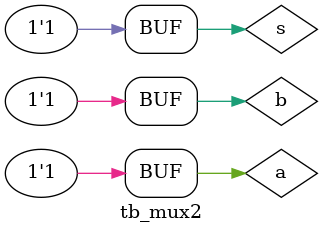
<source format=v>
`timescale 1ns/100ps

module tb_mux2;
	
	// regs & wire
	reg a, b, s;
	wire y;
	
	// instance mux2
	mux2 test_mux2(a, b, s, y);
	
	initial begin
		#0; a = 0; b= 0; s = 0;
		#5; a = 0; b = 1;
		#5; a = 1; b = 0;
		#5; a = 1; b = 1;
		#0; a = 0; b= 0; s = 1;
		#5; a = 0; b = 1;
		#5; a = 1; b = 0;
		#5; a = 1; b = 1;		
		#5;
	end

endmodule

</source>
